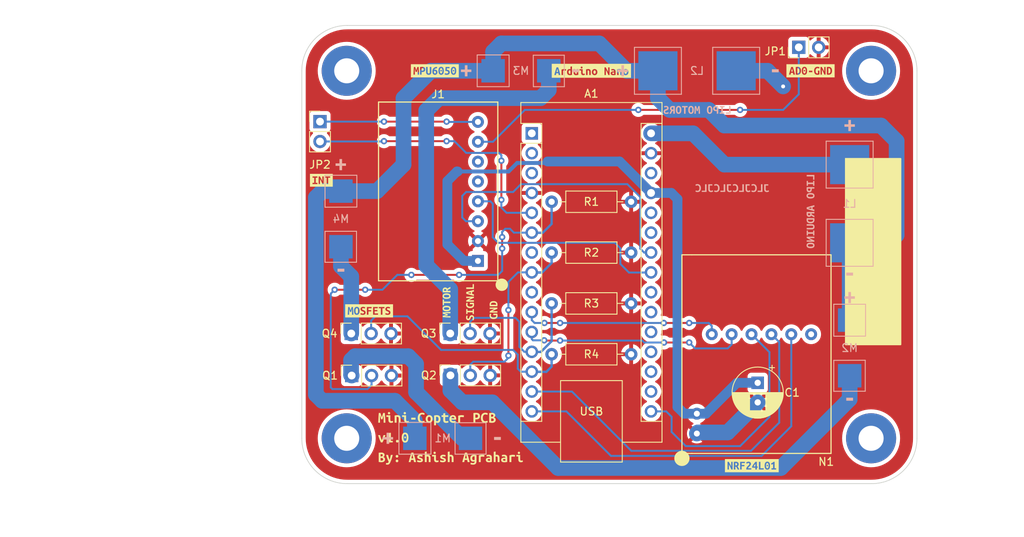
<source format=kicad_pcb>
(kicad_pcb (version 20211014) (generator pcbnew)
  (title_block (title "MiniCopter PCB") (date "2023-03-03") (rev "v01") (comment 4 "By: Ashish Agrahari"))
  (layers (0 "F.Cu" signal) (31 "B.Cu" signal) (34 "B.Paste" user) (35 "F.Paste" user) (36 "B.SilkS" user "B.Silkscreen") (37 "F.SilkS" user "F.Silkscreen") (38 "B.Mask" user) (39 "F.Mask" user) (44 "Edge.Cuts" user))
  (net 0 "")
  (net 4 "GND")
  (net 5 "INT")
  (net 6 "MOTOR_1")
  (net 8 "MOTOR_2")
  (net 10 "CE_NANO")
  (net 11 "CSN_NANO")
  (net 12 "MOTOR_3")
  (net 13 "MOTOR_4")
  (net 14 "MOSI_NANO")
  (net 15 "MISO_NANO")
  (net 16 "SCK_NANO")
  (net 23 "SDA")
  (net 24 "SCL")
  (net 27 "+BATT")
  (net 30 "Net-(M1-Pad2)")
  (net 31 "+5V")
  (net 32 "+3V3")
  (net 35 "Net-(J1-Pad7)")
  (net 36 "Net-(J1-Pad8)")
  (net 37 "Net-(M2-Pad2)")
  (net 38 "Net-(M3-Pad2)")
  (net 39 "Net-(M4-Pad2)")
  (footprint "kibuzzard-6440D5EF" (layer "F.Cu") (at 97.5 110.6 90)
    (fp_text reference "kibuzzard-6440D5EF" hide)
    (fp_text value "G***" hide)
  )
  (footprint "kibuzzard-6440B803" (layer "F.Cu") (at 98 127.02)
    (fp_text reference "kibuzzard-6440B803" hide)
    (fp_text value "G***" hide)
  )
  (footprint "MountingHole:MountingHole_3.2mm_M3_Pad" (layer "F.Cu") (at 78.74 80)
    (fp_text reference "H1")
    (fp_text value "MountingHole")
    (pad "1" thru_hole circle (at 0 0) (size 6.4 6.4) (drill 3.2) (layers *.Cu *.Mask))
  )
  (footprint "kibuzzard-6440AFCF" (layer "F.Cu") (at 130.5 130.5)
    (fp_text reference "kibuzzard-6440AFCF" hide)
    (fp_text value "G***" hide)
  )
  (footprint "AA_Custom_Components:3Pin_MOSFET_MotorDriver" (layer "F.Cu") (at 91.967 113.596 90)
    (fp_text reference "Q3" (at 0 -2.77 180) (layer "F.SilkS"))
    (fp_text value "FQP20NO6L")
    (pad "1" thru_hole rect (at 0 0 90) (size 1.7 1.7) (drill 1) (layers *.Cu *.Mask) (net 38 "Net-(M3-Pad2)"))
    (pad "2" thru_hole oval (at 0 2.54 90) (size 1.7 1.7) (drill 1) (layers *.Cu *.Mask) (net 12 "MOTOR_3"))
    (pad "3" thru_hole oval (at 0 5.08 90) (size 1.7 1.7) (drill 1) (layers *.Cu *.Mask) (net 4 "GND"))
  )
  (footprint "Resistor_THT:R_Axial_DIN0207_L6.3mm_D2.5mm_P10.16mm_Horizontal" (layer "F.Cu") (at 104.92 103.25)
    (fp_text reference "R2" (at 5.08 0) (layer "F.SilkS"))
    (fp_text value "10K Ω")
    (pad "1" thru_hole circle (at 0 0) (size 1.6 1.6) (drill 0.8) (layers *.Cu *.Mask) (net 8 "MOTOR_2"))
    (pad "2" thru_hole oval (at 10.16 0) (size 1.6 1.6) (drill 0.8) (layers *.Cu *.Mask) (net 4 "GND"))
  )
  (footprint "kibuzzard-6440D635" (layer "F.Cu") (at 91.5 109.6 90)
    (fp_text reference "kibuzzard-6440D635" hide)
    (fp_text value "G***" hide)
  )
  (footprint "kibuzzard-6440B803" (layer "F.Cu") (at 133.5 80)
    (fp_text reference "kibuzzard-6440B803" hide)
    (fp_text value "G***" hide)
  )
  (footprint "AA_Custom_Components:NRF24L01_Breakout" (layer "F.Cu") (at 133 108.613487)
    (fp_text reference "N1" (at 7 21.386513 unlocked) (layer "F.SilkS"))
    (fp_text value "NRF24L01_Breakout")
    (pad "1" thru_hole circle (at -9.525 17.78) (size 1.524 1.524) (drill 0.762) (layers *.Cu *.Mask) (net 4 "GND"))
    (pad "2" thru_hole circle (at -9.525 15.24) (size 1.524 1.524) (drill 0.762) (layers *.Cu *.Mask) (net 31 "+5V"))
    (pad "3" thru_hole circle (at -7.62 5.08) (size 1.524 1.524) (drill 0.762) (layers *.Cu *.Mask) (net 10 "CE_NANO"))
    (pad "4" thru_hole circle (at -5.08 5.08) (size 1.524 1.524) (drill 0.762) (layers *.Cu *.Mask) (net 11 "CSN_NANO"))
    (pad "5" thru_hole circle (at -2.54 5.08) (size 1.524 1.524) (drill 0.762) (layers *.Cu *.Mask) (net 16 "SCK_NANO"))
    (pad "6" thru_hole circle (at 0 5.08) (size 1.524 1.524) (drill 0.762) (layers *.Cu *.Mask) (net 14 "MOSI_NANO"))
    (pad "7" thru_hole circle (at 2.54 5.08) (size 1.524 1.524) (drill 0.762) (layers *.Cu *.Mask) (net 15 "MISO_NANO"))
    (pad "8" thru_hole circle (at 5.08 5.08) (size 1.524 1.524) (drill 0.762) (layers *.Cu *.Mask))
  )
  (footprint "kibuzzard-6440B803" (layer "F.Cu") (at 143 122)
    (fp_text reference "kibuzzard-6440B803" hide)
    (fp_text value "G***" hide)
  )
  (footprint "Resistor_THT:R_Axial_DIN0207_L6.3mm_D2.5mm_P10.16mm_Horizontal" (layer "F.Cu") (at 104.92 116.25)
    (fp_text reference "R4" (at 5.08 0) (layer "F.SilkS"))
    (fp_text value "10K Ω")
    (pad "1" thru_hole circle (at 0 0) (size 1.6 1.6) (drill 0.8) (layers *.Cu *.Mask) (net 13 "MOTOR_4"))
    (pad "2" thru_hole oval (at 10.16 0) (size 1.6 1.6) (drill 0.8) (layers *.Cu *.Mask) (net 4 "GND"))
  )
  (footprint "AA_Custom_Components:Arduino_Nano" (layer "F.Cu") (at 102.385 88)
    (fp_text reference "A1" (at 7.62 -5.08) (layer "F.SilkS"))
    (fp_text value "ARDUINO NANO")
    (fp_text user "USB" (at 7.62 35.56 unlocked) (layer "F.SilkS"))
    (pad "1" thru_hole rect (at 0 0) (size 1.6 1.6) (drill 1) (layers *.Cu *.Mask))
    (pad "2" thru_hole oval (at 0 2.54) (size 1.6 1.6) (drill 1) (layers *.Cu *.Mask))
    (pad "3" thru_hole oval (at 0 5.08) (size 1.6 1.6) (drill 1) (layers *.Cu *.Mask))
    (pad "4" thru_hole oval (at 0 7.62) (size 1.6 1.6) (drill 1) (layers *.Cu *.Mask) (net 4 "GND"))
    (pad "5" thru_hole oval (at 0 10.16) (size 1.6 1.6) (drill 1) (layers *.Cu *.Mask) (net 5 "INT"))
    (pad "6" thru_hole oval (at 0 12.7) (size 1.6 1.6) (drill 1) (layers *.Cu *.Mask) (net 6 "MOTOR_1"))
    (pad "7" thru_hole oval (at 0 15.24) (size 1.6 1.6) (drill 1) (layers *.Cu *.Mask))
    (pad "8" thru_hole oval (at 0 17.78) (size 1.6 1.6) (drill 1) (layers *.Cu *.Mask) (net 8 "MOTOR_2"))
    (pad "9" thru_hole oval (at 0 20.32) (size 1.6 1.6) (drill 1) (layers *.Cu *.Mask))
    (pad "10" thru_hole oval (at 0 22.86) (size 1.6 1.6) (drill 1) (layers *.Cu *.Mask) (net 10 "CE_NANO"))
    (pad "11" thru_hole oval (at 0 25.4) (size 1.6 1.6) (drill 1) (layers *.Cu *.Mask) (net 11 "CSN_NANO"))
    (pad "12" thru_hole oval (at 0 27.94) (size 1.6 1.6) (drill 1) (layers *.Cu *.Mask) (net 12 "MOTOR_3"))
    (pad "13" thru_hole oval (at 0 30.48) (size 1.6 1.6) (drill 1) (layers *.Cu *.Mask) (net 13 "MOTOR_4"))
    (pad "14" thru_hole oval (at 0 33.02) (size 1.6 1.6) (drill 1) (layers *.Cu *.Mask) (net 14 "MOSI_NANO"))
    (pad "15" thru_hole oval (at 0 35.56) (size 1.6 1.6) (drill 1) (layers *.Cu *.Mask) (net 15 "MISO_NANO"))
    (pad "16" thru_hole oval (at 15.24 35.56) (size 1.6 1.6) (drill 1) (layers *.Cu *.Mask) (net 16 "SCK_NANO"))
    (pad "17" thru_hole oval (at 15.24 33.02) (size 1.6 1.6) (drill 1) (layers *.Cu *.Mask))
    (pad "18" thru_hole oval (at 15.24 30.48) (size 1.6 1.6) (drill 1) (layers *.Cu *.Mask))
    (pad "19" thru_hole oval (at 15.24 27.94) (size 1.6 1.6) (drill 1) (layers *.Cu *.Mask))
    (pad "20" thru_hole oval (at 15.24 25.4) (size 1.6 1.6) (drill 1) (layers *.Cu *.Mask))
    (pad "21" thru_hole oval (at 15.24 22.86) (size 1.6 1.6) (drill 1) (layers *.Cu *.Mask))
    (pad "22" thru_hole oval (at 15.24 20.32) (size 1.6 1.6) (drill 1) (layers *.Cu *.Mask))
    (pad "23" thru_hole oval (at 15.24 17.78) (size 1.6 1.6) (drill 1) (layers *.Cu *.Mask) (net 23 "SDA"))
    (pad "24" thru_hole oval (at 15.24 15.24) (size 1.6 1.6) (drill 1) (layers *.Cu *.Mask) (net 24 "SCL"))
    (pad "25" thru_hole oval (at 15.24 12.7) (size 1.6 1.6) (drill 1) (layers *.Cu *.Mask))
    (pad "26" thru_hole oval (at 15.24 10.16) (size 1.6 1.6) (drill 1) (layers *.Cu *.Mask))
    (pad "27" thru_hole oval (at 15.24 7.62) (size 1.6 1.6) (drill 1) (layers *.Cu *.Mask) (net 31 "+5V"))
    (pad "28" thru_hole oval (at 15.24 5.08) (size 1.6 1.6) (drill 1) (layers *.Cu *.Mask))
    (pad "29" thru_hole oval (at 15.24 2.54) (size 1.6 1.6) (drill 1) (layers *.Cu *.Mask) (net 4 "GND"))
    (pad "30" thru_hole oval (at 15.24 0) (size 1.6 1.6) (drill 1) (layers *.Cu *.Mask) (net 32 "+3V3"))
  )
  (footprint "kibuzzard-6440B80B" (layer "F.Cu") (at 94 80)
    (fp_text reference "kibuzzard-6440B80B" hide)
    (fp_text value "G***" hide)
  )
  (footprint "kibuzzard-644B0C24" (layer "F.Cu") (at 75.5 94)
    (fp_text reference "kibuzzard-644B0C24" hide)
    (fp_text value "G***" hide)
  )
  (footprint "kibuzzard-6440B803" (layer "F.Cu") (at 108 80)
    (fp_text reference "kibuzzard-6440B803" hide)
    (fp_text value "G***" hide)
  )
  (footprint "kibuzzard-6440B803" (layer "F.Cu") (at 143 106)
    (fp_text reference "kibuzzard-6440B803" hide)
    (fp_text value "G***" hide)
  )
  (footprint "Connector_PinHeader_2.54mm:PinHeader_1x02_P2.54mm_Vertical" (layer "F.Cu") (at 136.5 77 90)
    (fp_text reference "JP1" (at -0.5 -3 180) (layer "F.SilkS"))
    (fp_text value "SolderJumper_1")
    (pad "1" thru_hole rect (at 0 0 90) (size 1.7 1.7) (drill 1) (layers *.Cu *.Mask) (net 35 "Net-(J1-Pad7)"))
    (pad "2" thru_hole oval (at 0 2.54 90) (size 1.7 1.7) (drill 1) (layers *.Cu *.Mask) (net 4 "GND"))
  )
  (footprint "kibuzzard-6440B80B" (layer "F.Cu") (at 143 87)
    (fp_text reference "kibuzzard-6440B80B" hide)
    (fp_text value "G***" hide)
  )
  (footprint "kibuzzard-6440B80B" (layer "F.Cu") (at 143 109)
    (fp_text reference "kibuzzard-6440B80B" hide)
    (fp_text value "G***" hide)
  )
  (footprint "kibuzzard-6440B80B" (layer "F.Cu") (at 77.98 92)
    (fp_text reference "kibuzzard-6440B80B" hide)
    (fp_text value "G***" hide)
  )
  (footprint "kibuzzard-6445EE46" (layer "F.Cu") (at 92 127)
    (fp_text reference "kibuzzard-6445EE46" hide)
    (fp_text value "G***" hide)
  )
  (footprint "kibuzzard-644B0C07" (layer "F.Cu") (at 138 80)
    (fp_text reference "kibuzzard-644B0C07" hide)
    (fp_text value "G***" hide)
  )
  (footprint "kibuzzard-6440B803" (layer "F.Cu") (at 78 105.5)
    (fp_text reference "kibuzzard-6440B803" hide)
    (fp_text value "G***" hide)
  )
  (footprint "kibuzzard-6440AF37" (layer "F.Cu") (at 90 80)
    (fp_text reference "kibuzzard-6440AF37" hide)
    (fp_text value "G***" hide)
  )
  (footprint "Capacitor_THT:CP_Radial_D6.3mm_P2.50mm" (layer "F.Cu") (at 131.25 119.905726 -90)
    (fp_text reference "C1" (at 1.25 -4.4 180) (layer "F.SilkS"))
    (fp_text value "47UF-CAPACITOR")
    (pad "1" thru_hole rect (at 0 0 270) (size 1.6 1.6) (drill 0.8) (layers *.Cu *.Mask) (net 31 "+5V"))
    (pad "2" thru_hole circle (at 2.5 0 270) (size 1.6 1.6) (drill 0.8) (layers *.Cu *.Mask) (net 4 "GND"))
  )
  (footprint "kibuzzard-6440AFC4" (layer "F.Cu") (at 110 80)
    (fp_text reference "kibuzzard-6440AFC4" hide)
    (fp_text value "G***" hide)
  )
  (footprint "MountingHole:MountingHole_3.2mm_M3_Pad" (layer "F.Cu") (at 145.74 80)
    (fp_text reference "H2")
    (fp_text value "MountingHole")
    (pad "1" thru_hole circle (at 0 0) (size 6.4 6.4) (drill 3.2) (layers *.Cu *.Mask))
  )
  (footprint "kibuzzard-6440B80B" (layer "F.Cu") (at 114 80)
    (fp_text reference "kibuzzard-6440B80B" hide)
    (fp_text value "G***" hide)
  )
  (footprint "MountingHole:MountingHole_3.2mm_M3_Pad" (layer "F.Cu") (at 145.74 127)
    (fp_text reference "H4")
    (fp_text value "MountingHole")
    (pad "1" thru_hole circle (at 0 0) (size 6.4 6.4) (drill 3.2) (layers *.Cu *.Mask))
  )
  (footprint "Connector_PinHeader_2.54mm:PinHeader_1x02_P2.54mm_Vertical" (layer "F.Cu") (at 75.325 86.5)
    (fp_text reference "JP2" (at 0 5.5) (layer "F.SilkS"))
    (fp_text value "SolderJumper_2")
    (pad "1" thru_hole rect (at 0 0) (size 1.7 1.7) (drill 1) (layers *.Cu *.Mask) (net 36 "Net-(J1-Pad8)"))
    (pad "2" thru_hole oval (at 0 2.54) (size 1.7 1.7) (drill 1) (layers *.Cu *.Mask) (net 5 "INT"))
  )
  (footprint "kibuzzard-6440D61E" (layer "F.Cu") (at 94.5 109.6 90)
    (fp_text reference "kibuzzard-6440D61E" hide)
    (fp_text value "G***" hide)
  )
  (footprint "AA_Custom_Components:3Pin_MOSFET_MotorDriver" (layer "F.Cu") (at 79.375 118.975 90)
    (fp_text reference "Q1" (at 0 -2.77 180) (layer "F.SilkS"))
    (fp_text value "FQP20NO6L")
    (pad "1" thru_hole rect (at 0 0 90) (size 1.7 1.7) (drill 1) (layers *.Cu *.Mask) (net 30 "Net-(M1-Pad2)"))
    (pad "2" thru_hole oval (at 0 2.54 90) (size 1.7 1.7) (drill 1) (layers *.Cu *.Mask) (net 6 "MOTOR_1"))
    (pad "3" thru_hole oval (at 0 5.08 90) (size 1.7 1.7) (drill 1) (layers *.Cu *.Mask) (net 4 "GND"))
  )
  (footprint "AA_Custom_Components:3Pin_MOSFET_MotorDriver" (layer "F.Cu") (at 91.99 118.95 90)
    (fp_text reference "Q2" (at 0 -2.77 180) (layer "F.SilkS"))
    (fp_text value "FQP20NO6L")
    (pad "1" thru_hole rect (at 0 0 90) (size 1.7 1.7) (drill 1) (layers *.Cu *.Mask) (net 37 "Net-(M2-Pad2)"))
    (pad "2" thru_hole oval (at 0 2.54 90) (size 1.7 1.7) (drill 1) (layers *.Cu *.Mask) (net 8 "MOTOR_2"))
    (pad "3" thru_hole oval (at 0 5.08 90) (size 1.7 1.7) (drill 1) (layers *.Cu *.Mask) (net 4 "GND"))
  )
  (footprint "MountingHole:MountingHole_3.2mm_M3_Pad" (layer "F.Cu") (at 78.74 127)
    (fp_text reference "H3")
    (fp_text value "MountingHole")
    (pad "1" thru_hole circle (at 0 0) (size 6.4 6.4) (drill 3.2) (layers *.Cu *.Mask))
  )
  (footprint "Resistor_THT:R_Axial_DIN0207_L6.3mm_D2.5mm_P10.16mm_Horizontal" (layer "F.Cu") (at 104.92 96.75)
    (fp_text reference "R1" (at 5.08 0) (layer "F.SilkS"))
    (fp_text value "10K Ω")
    (pad "1" thru_hole circle (at 0 0) (size 1.6 1.6) (drill 0.8) (layers *.Cu *.Mask) (net 6 "MOTOR_1"))
    (pad "2" thru_hole oval (at 10.16 0) (size 1.6 1.6) (drill 0.8) (layers *.Cu *.Mask) (net 4 "GND"))
  )
  (footprint "Resistor_THT:R_Axial_DIN0207_L6.3mm_D2.5mm_P10.16mm_Horizontal" (layer "F.Cu") (at 104.92 109.75)
    (fp_text reference "R3" (at 5.08 0) (layer "F.SilkS"))
    (fp_text value "10K Ω")
    (pad "1" thru_hole circle (at 0 0) (size 1.6 1.6) (drill 0.8) (layers *.Cu *.Mask) (net 12 "MOTOR_3"))
    (pad "2" thru_hole oval (at 10.16 0) (size 1.6 1.6) (drill 0.8) (layers *.Cu *.Mask) (net 4 "GND"))
  )
  (footprint "kibuzzard-6440B80B" (layer "F.Cu") (at 84 127)
    (fp_text reference "kibuzzard-6440B80B" hide)
    (fp_text value "G***" hide)
  )
  (footprint "AA_Custom_Components:MPU6050" (layer "F.Cu") (at 95.50529 86.53529 -90)
    (fp_text reference "J1" (at -3.53529 5.08 unlocked) (layer "F.SilkS"))
    (fp_text value "MPU6050")
    (pad "1" thru_hole rect (at 17.78 0 270) (size 1.524 1.524) (drill 0.762) (layers *.Cu *.Mask) (net 31 "+5V"))
    (pad "2" thru_hole circle (at 15.24 0 270) (size 1.524 1.524) (drill 0.762) (layers *.Cu *.Mask) (net 4 "GND"))
    (pad "3" thru_hole circle (at 12.7 0 270) (size 1.524 1.524) (drill 0.762) (layers *.Cu *.Mask) (net 24 "SCL"))
    (pad "4" thru_hole circle (at 10.16 0 270) (size 1.524 1.524) (drill 0.762) (layers *.Cu *.Mask) (net 23 "SDA"))
    (pad "5" thru_hole circle (at 7.62 0 270) (size 1.524 1.524) (drill 0.762) (layers *.Cu *.Mask))
    (pad "6" thru_hole circle (at 5.08 0 270) (size 1.524 1.524) (drill 0.762) (layers *.Cu *.Mask))
    (pad "7" thru_hole circle (at 2.54 0 270) (size 1.524 1.524) (drill 0.762) (layers *.Cu *.Mask) (net 35 "Net-(J1-Pad7)"))
    (pad "8" thru_hole circle (at 0 0 270) (size 1.524 1.524) (drill 0.762) (layers *.Cu *.Mask) (net 36 "Net-(J1-Pad8)"))
  )
  (footprint "kibuzzard-6440EF4B" (layer "F.Cu") (at 81.6 110.7)
    (fp_text reference "kibuzzard-6440EF4B" hide)
    (fp_text value "G***" hide)
  )
  (footprint "AA_Custom_Components:3Pin_MOSFET_MotorDriver" (layer "F.Cu") (at 79.32 113.6 90)
    (fp_text reference "Q4" (at 0 -2.77 180) (layer "F.SilkS"))
    (fp_text value "FQP20NO6L")
    (pad "1" thru_hole rect (at 0 0 90) (size 1.7 1.7) (drill 1) (layers *.Cu *.Mask) (net 39 "Net-(M4-Pad2)"))
    (pad "2" thru_hole oval (at 0 2.54 90) (size 1.7 1.7) (drill 1) (layers *.Cu *.Mask) (net 13 "MOTOR_4"))
    (pad "3" thru_hole oval (at 0 5.08 90) (size 1.7 1.7) (drill 1) (layers *.Cu *.Mask) (net 4 "GND"))
  )
  (footprint "kibuzzard-6440BA11" (layer "B.Cu") (at 138 98 -90)
    (fp_text reference "kibuzzard-6440BA11" hide)
    (fp_text value "G***" hide)
  )
  (footprint "AA_Custom_Components:PowerPad_Pair_3.0x3.0mm" (layer "B.Cu") (at 143 115.444 -90)
    (fp_text reference "M2" (at 0 0 180) (layer "B.SilkS") (effects (justify mirror)))
    (fp_text value "Motor_DC_2")
    (pad "1" smd rect (at -3.556 0 270) (size 3 3) (layers "B.Cu" "B.Paste" "B.Mask") (net 27 "+BATT"))
    (pad "2" smd rect (at 3.556 0 270) (size 3 3) (layers "B.Cu" "B.Paste" "B.Mask") (net 37 "Net-(M2-Pad2)"))
  )
  (footprint "AA_Custom_Components:PowerPad_Pair_5.0x5.0mm" (layer "B.Cu") (at 123.5 80)
    (fp_text reference "L2" (at 0 0) (layer "B.SilkS") (effects (justify mirror)))
    (fp_text value "LIPO 3.7V 680 mAH")
    (pad "1" smd rect (at -5 0) (size 5 5) (layers "B.Cu" "B.Paste" "B.Mask") (net 27 "+BATT"))
    (pad "2" smd rect (at 5 0) (size 5 5) (layers "B.Cu" "B.Paste" "B.Mask") (net 4 "GND"))
  )
  (footprint "AA_Custom_Components:PowerPad_Pair_3.0x3.0mm" (layer "B.Cu") (at 91 127)
    (fp_text reference "M1" (at 0 0) (layer "B.SilkS") (effects (justify mirror)))
    (fp_text value "Motor_DC_1")
    (pad "1" smd rect (at -3.556 0) (size 3 3) (layers "B.Cu" "B.Paste" "B.Mask") (net 27 "+BATT"))
    (pad "2" smd rect (at 3.556 0) (size 3 3) (layers "B.Cu" "B.Paste" "B.Mask") (net 30 "Net-(M1-Pad2)"))
  )
  (footprint "AA_Custom_Components:PowerPad_Pair_5.0x5.0mm" (layer "B.Cu") (at 143 97 -90)
    (fp_text reference "L1" (at 0 0) (layer "B.SilkS") (effects (justify mirror)))
    (fp_text value "LIPO 3.7V 380 mAH")
    (pad "1" smd rect (at -5 0 270) (size 5 5) (layers "B.Cu" "B.Paste" "B.Mask") (net 32 "+3V3"))
    (pad "2" smd rect (at 5 0 270) (size 5 5) (layers "B.Cu" "B.Paste" "B.Mask") (net 27 "+BATT"))
  )
  (footprint "AA_Custom_Components:PowerPad_Pair_3.0x3.0mm" (layer "B.Cu") (at 78 98.944 -90)
    (fp_text reference "M4" (at 0 0 180) (layer "B.SilkS") (effects (justify mirror)))
    (fp_text value "Motor_DC_4")
    (pad "1" smd rect (at -3.556 0 270) (size 3 3) (layers "B.Cu" "B.Paste" "B.Mask") (net 27 "+BATT"))
    (pad "2" smd rect (at 3.556 0 270) (size 3 3) (layers "B.Cu" "B.Paste" "B.Mask") (net 39 "Net-(M4-Pad2)"))
  )
  (footprint "kibuzzard-6440BA02" (layer "B.Cu") (at 123.5 85 180)
    (fp_text reference "kibuzzard-6440BA02" hide)
    (fp_text value "G***" hide)
  )
  (footprint "kibuzzard-64457F3E" (layer "B.Cu") (at 128 95 180)
    (fp_text reference "kibuzzard-64457F3E" hide)
    (fp_text value "G***" hide)
  )
  (footprint "AA_Custom_Components:PowerPad_Pair_3.0x3.0mm" (layer "B.Cu") (at 101 80)
    (fp_text reference "M3" (at 0 0) (layer "B.SilkS") (effects (justify mirror)))
    (fp_text value "Motor_DC_3")
    (pad "1" smd rect (at -3.556 0) (size 3 3) (layers "B.Cu" "B.Paste" "B.Mask") (net 27 "+BATT"))
    (pad "2" smd rect (at 3.556 0) (size 3 3) (layers "B.Cu" "B.Paste" "B.Mask") (net 38 "Net-(M3-Pad2)"))
  )
  (gr_rect (start 142.5 91.25) (end 149.5 115) (layer "F.SilkS") (width 0.2) (fill solid))
  (gr_line (start 78.8 132.8) (end 145.8 132.8) (layer "Edge.Cuts") (width 0.1))
  (gr_arc (start 145.8 74.2) (mid 149.901219 75.898781) (end 151.6 80) (layer "Edge.Cuts") (width 0.1))
  (gr_line (start 151.6 127) (end 151.6 80) (layer "Edge.Cuts") (width 0.1))
  (gr_arc (start 73 80) (mid 74.698781 75.898781) (end 78.8 74.2) (layer "Edge.Cuts") (width 0.1))
  (gr_arc (start 78.8 132.8) (mid 74.698781 131.101219) (end 73 127) (layer "Edge.Cuts") (width 0.1))
  (gr_line (start 73 80) (end 73 127) (layer "Edge.Cuts") (width 0.1))
  (gr_line (start 145.8 74.2) (end 78.8 74.2) (layer "Edge.Cuts") (width 0.1))
  (gr_arc (start 151.6 127) (mid 149.901219 131.101219) (end 145.8 132.8) (layer "Edge.Cuts") (width 0.1))
  (via (at 134.5 82) (size 1) (drill 0.5) (layers "F.Cu" "B.Cu") (net 4))
  (segment (start 123.475 126.393487) (end 123.618487 126.25) (width 2) (layer "B.Cu") (net 4))
  (segment (start 127.405726 126.25) (end 131.25 122.405726) (width 2) (layer "B.Cu") (net 4))
  (segment (start 123.618487 126.25) (end 127.405726 126.25) (width 2) (layer "B.Cu") (net 4))
  (segment (start 128.5 80) (end 132.5 80) (width 2) (layer "B.Cu") (net 4))
  (segment (start 132.5 80) (end 134.5 82) (width 2) (layer "B.Cu") (net 4))
  (segment (start 83.5 89) (end 91.5 89) (width 0.25) (layer "F.Cu") (net 5))
  (segment (start 98.5 91.5) (end 98.5 96.5) (width 0.25) (layer "F.Cu") (net 5))
  (via (at 98.5 91.5) (size 0.8) (drill 0.4) (layers "F.Cu" "B.Cu") (net 5))
  (via (at 91.5 89) (size 0.8) (drill 0.4) (layers "F.Cu" "B.Cu") (net 5))
  (via (at 83.5 89) (size 0.8) (drill 0.4) (layers "F.Cu" "B.Cu") (net 5))
  (via (at 98.5 96.5) (size 0.8) (drill 0.4) (layers "F.Cu" "B.Cu") (net 5))
  (segment (start 98.2 90.5) (end 94 90.5) (width 0.25) (layer "B.Cu") (net 5))
  (segment (start 98.5 90.8) (end 98.2 90.5) (width 0.25) (layer "B.Cu") (net 5))
  (segment (start 94 90.5) (end 92.5 89) (width 0.25) (layer "B.Cu") (net 5))
  (segment (start 99.16 98.16) (end 102.385 98.16) (width 0.25) (layer "B.Cu") (net 5))
  (segment (start 98.5 91.5) (end 98.5 90.8) (width 0.25) (layer "B.Cu") (net 5))
  (segment (start 83.46 89.04) (end 83.5 89) (width 0.25) (layer "B.Cu") (net 5))
  (segment (start 75.325 89.04) (end 83.46 89.04) (width 0.25) (layer "B.Cu") (net 5))
  (segment (start 98.5 97.5) (end 99.16 98.16) (width 0.25) (layer "B.Cu") (net 5))
  (segment (start 92.5 89) (end 91.5 89) (width 0.25) (layer "B.Cu") (net 5))
  (segment (start 98.5 96.5) (end 98.5 97.5) (width 0.25) (layer "B.Cu") (net 5))
  (segment (start 98.6 102.7245) (end 98.6 101.2755) (width 0.25) (layer "F.Cu") (net 6))
  (segment (start 81.1 108) (end 77.2 108) (width 0.25) (layer "F.Cu") (net 6))
  (segment (start 87 106.1) (end 93.1 106.1) (width 0.25) (layer "F.Cu") (net 6))
  (via (at 87 106.1) (size 0.8) (drill 0.4) (layers "F.Cu" "B.Cu") (net 6))
  (via (at 77.2 108) (size 0.8) (drill 0.4) (layers "F.Cu" "B.Cu") (net 6))
  (via (at 93.1 106.1) (size 0.8) (drill 0.4) (layers "F.Cu" "B.Cu") (net 6))
  (via (at 81.1 108) (size 0.8) (drill 0.4) (layers "F.Cu" "B.Cu") (net 6))
  (via (at 98.6 101.2755) (size 0.8) (drill 0.4) (layers "F.Cu" "B.Cu") (net 6))
  (via (at 98.6 102.7245) (size 0.8) (drill 0.4) (layers "F.Cu" "B.Cu") (net 6))
  (segment (start 98.6 105.6) (end 98.6 102.7245) (width 0.25) (layer "B.Cu") (net 6))
  (segment (start 104.92 99.58) (end 103.785 100.715) (width 0.3) (layer "B.Cu") (net 6))
  (segment (start 81.4 120.7) (end 81.915 120.185) (width 0.25) (layer "B.Cu") (net 6))
  (segment (start 103.785 100.715) (end 102.45 100.715) (width 0.3) (layer "B.Cu") (net 6))
  (segment (start 85.2 106.1) (end 83.3 108) (width 0.25) (layer "B.Cu") (net 6))
  (segment (start 99.6 100.2) (end 100.1 100.7) (width 0.25) (layer "B.Cu") (net 6))
  (segment (start 76.7 120.5) (end 76.9 120.7) (width 0.25) (layer "B.Cu") (net 6))
  (segment (start 83.3 108) (end 81.1 108) (width 0.25) (layer "B.Cu") (net 6))
  (segment (start 99 100.2) (end 99.6 100.2) (width 0.25) (layer "B.Cu") (net 6))
  (segment (start 104.92 97) (end 104.92 99.58) (width 0.3) (layer "B.Cu") (net 6))
  (segment (start 76.7 108.5) (end 76.7 120.5) (width 0.25) (layer "B.Cu") (net 6))
  (segment (start 81.915 120.185) (end 81.915 118.975) (width 0.25) (layer "B.Cu") (net 6))
  (segment (start 100.1 100.7) (end 102.385 100.7) (width 0.25) (layer "B.Cu") (net 6))
  (segment (start 76.9 120.7) (end 81.4 120.7) (width 0.25) (layer "B.Cu") (net 6))
  (segment (start 87 106.1) (end 85.2 106.1) (width 0.25) (layer "B.Cu") (net 6))
  (segment (start 98.6 100.6) (end 99 100.2) (width 0.25) (layer "B.Cu") (net 6))
  (segment (start 93.1 106.1) (end 98.1 106.1) (width 0.25) (layer "B.Cu") (net 6))
  (segment (start 98.6 101.2755) (end 98.6 100.6) (width 0.25) (layer "B.Cu") (net 6))
  (segment (start 77.2 108) (end 76.7 108.5) (width 0.25) (layer "B.Cu") (net 6))
  (segment (start 98.1 106.1) (end 98.6 105.6) (width 0.25) (layer "B.Cu") (net 6))
  (segment (start 99.4 116.4245) (end 99.4 110.6) (width 0.25) (layer "F.Cu") (net 8))
  (via (at 99.4 110.6) (size 0.8) (drill 0.4) (layers "F.Cu" "B.Cu") (net 8))
  (via (at 99.4 116.4245) (size 0.8) (drill 0.4) (layers "F.Cu" "B.Cu") (net 8))
  (segment (start 100.62 105.78) (end 102.385 105.78) (width 0.25) (layer "B.Cu") (net 8))
  (segment (start 94.53 117.63) (end 94.5 117.6) (width 0.25) (layer "B.Cu") (net 8))
  (segment (start 99.4 107) (end 100.62 105.78) (width 0.25) (layer "B.Cu") (net 8))
  (segment (start 99.4 116.7) (end 99.4 116.4245) (width 0.25) (layer "B.Cu") (net 8))
  (segment (start 99.4 110.6) (end 99.4 107) (width 0.25) (layer "B.Cu") (net 8))
  (segment (start 94.53 118.95) (end 94.53 117.63) (width 0.25) (layer "B.Cu") (net 8))
  (segment (start 94.9 117.2) (end 98.9 117.2) (width 0.25) (layer "B.Cu") (net 8))
  (segment (start 94.5 117.6) (end 94.9 117.2) (width 0.25) (layer "B.Cu") (net 8))
  (segment (start 103.705 105.795) (end 102.45 105.795) (width 0.3) (layer "B.Cu") (net 8))
  (segment (start 104.92 104.58) (end 103.705 105.795) (width 0.3) (layer "B.Cu") (net 8))
  (segment (start 104.92 103.25) (end 104.92 104.58) (width 0.3) (layer "B.Cu") (net 8))
  (segment (start 98.9 117.2) (end 99.4 116.7) (width 0.25) (layer "B.Cu") (net 8))
  (segment (start 122.5 112.25) (end 119.25 112.25) (width 0.25) (layer "F.Cu") (net 10))
  (segment (start 106 112.25) (end 104 112.25) (width 0.25) (layer "F.Cu") (net 10))
  (via (at 104 112.25) (size 0.8) (drill 0.4) (layers "F.Cu" "B.Cu") (net 10))
  (via (at 122.5 112.25) (size 0.8) (drill 0.4) (layers "F.Cu" "B.Cu") (net 10))
  (via (at 106 112.25) (size 0.8) (drill 0.4) (layers "F.Cu" "B.Cu") (net 10))
  (via (at 119.25 112.25) (size 0.8) (drill 0.4) (layers "F.Cu" "B.Cu") (net 10))
  (segment (start 125.38 112.63) (end 125.38 113.693487) (width 0.25) (layer "B.Cu") (net 10))
  (segment (start 102.75 112.25) (end 102.385 111.885) (width 0.25) (layer "B.Cu") (net 10))
  (segment (start 125 112.25) (end 125.38 112.63) (width 0.25) (layer "B.Cu") (net 10))
  (segment (start 102.385 111.885) (end 102.385 110.86) (width 0.25) (layer "B.Cu") (net 10))
  (segment (start 119.25 112.25) (end 106 112.25) (width 0.25) (layer "B.Cu") (net 10))
  (segment (start 104 112.25) (end 102.75 112.25) (width 0.25) (layer "B.Cu") (net 10))
  (segment (start 122.5 112.25) (end 125 112.25) (width 0.25) (layer "B.Cu") (net 10))
  (segment (start 104 114.5) (end 103.970023 114.470023) (width 0.25) (layer "F.Cu") (net 11))
  (segment (start 122.5 114.75) (end 119.2755 114.75) (width 0.25) (layer "F.Cu") (net 11))
  (segment (start 106 114.5) (end 104 114.5) (width 0.25) (layer "F.Cu") (net 11))
  (via (at 106 114.5) (size 0.8) (drill 0.4) (layers "F.Cu" "B.Cu") (net 11))
  (via (at 122.5 114.75) (size 0.8) (drill 0.4) (layers "F.Cu" "B.Cu") (net 11))
  (via (at 119.2755 114.75) (size 0.8) (drill 0.4) (layers "F.Cu" "B.Cu") (net 11))
  (via (at 103.970023 114.470023) (size 0.8) (drill 0.4) (layers "F.Cu" "B.Cu") (net 11))
  (segment (start 106 114.5) (end 116.5 114.5) (width 0.25) (layer "B.Cu") (net 11))
  (segment (start 116.5 114.5) (end 116.75 114.75) (width 0.25) (layer "B.Cu") (net 11))
  (segment (start 127.92 115) (end 127.92 113.693487) (width 0.25) (layer "B.Cu") (net 11))
  (segment (start 102.545023 114.470023) (end 102.385 114.31) (width 0.25) (layer "B.Cu") (net 11))
  (segment (start 116.75 114.75) (end 119.2755 114.75) (width 0.25) (layer "B.Cu") (net 11))
  (segment (start 102.385 114.31) (end 102.385 113.4) (width 0.25) (layer "B.Cu") (net 11))
  (segment (start 103.970023 114.470023) (end 102.545023 114.470023) (width 0.25) (layer "B.Cu") (net 11))
  (segment (start 127.42 115.5) (end 127.92 115) (width 0.25) (layer "B.Cu") (net 11))
  (segment (start 122.5 114.75) (end 123.25 115.5) (width 0.25) (layer "B.Cu") (net 11))
  (segment (start 123.25 115.5) (end 127.42 115.5) (width 0.25) (layer "B.Cu") (net 11))
  (segment (start 95 111.6) (end 100.3 111.6) (width 0.25) (layer "B.Cu") (net 12))
  (segment (start 94.507 112.093) (end 95 111.6) (width 0.25) (layer "B.Cu") (net 12))
  (segment (start 100.8 115.3) (end 101.44 115.94) (width 0.25) (layer "B.Cu") (net 12))
  (segment (start 94.507 113.596) (end 94.507 112.093) (width 0.25) (layer "B.Cu") (net 12))
  (segment (start 103.545 115.955) (end 104.92 114.58) (width 0.3) (layer "B.Cu") (net 12))
  (segment (start 100.8 112.1) (end 100.8 115.3) (width 0.25) (layer "B.Cu") (net 12))
  (segment (start 101.44 115.94) (end 102.385 115.94) (width 0.25) (layer "B.Cu") (net 12))
  (segment (start 100.3 111.6) (end 100.8 112.1) (width 0.25) (layer "B.Cu") (net 12))
  (segment (start 102.45 115.955) (end 103.545 115.955) (width 0.3) (layer "B.Cu") (net 12))
  (segment (start 104.92 114.58) (end 104.92 109.75) (width 0.3) (layer "B.Cu") (net 12))
  (segment (start 104.92 117.83) (end 104.92 116.25) (width 0.3) (layer "B.Cu") (net 13))
  (segment (start 100.6 118.1) (end 100.98 118.48) (width 0.25) (layer "B.Cu") (net 13))
  (segment (start 100.98 118.48) (end 102.385 118.48) (width 0.25) (layer "B.Cu") (net 13))
  (segment (start 103.76 118.5) (end 104.25 118.5) (width 0.3) (layer "B.Cu") (net 13))
  (segment (start 100 115.7) (end 100.6 116.3) (width 0.25) (layer "B.Cu") (net 13))
  (segment (start 90.8 115.7) (end 100 115.7) (width 0.25) (layer "B.Cu") (net 13))
  (segment (start 82.4 111.4) (end 86.5 111.4) (width 0.25) (layer "B.Cu") (net 13))
  (segment (start 81.86 113.6) (end 81.86 111.94) (width 0.25) (layer "B.Cu") (net 13))
  (segment (start 104.25 118.5) (end 104.92 117.83) (width 0.3) (layer "B.Cu") (net 13))
  (segment (start 103.755 118.495) (end 102.45 118.495) (width 0.3) (layer "B.Cu") (net 13))
  (segment (start 103.755 118.495) (end 103.76 118.5) (width 0.3) (layer "B.Cu") (net 13))
  (segment (start 100.6 116.3) (end 100.6 118.1) (width 0.25) (layer "B.Cu") (net 13))
  (segment (start 81.86 111.94) (end 82.4 111.4) (width 0.25) (layer "B.Cu") (net 13))
  (segment (start 86.5 111.4) (end 90.8 115.7) (width 0.25) (layer "B.Cu") (net 13))
  (segment (start 107.52 121.02) (end 102.385 121.02) (width 0.25) (layer "B.Cu") (net 14))
  (segment (start 134 114.693487) (end 134 125) (width 0.25) (layer "B.Cu") (net 14))
  (segment (start 134 125) (end 130.4 128.6) (width 0.25) (layer "B.Cu") (net 14))
  (segment (start 133 113.693487) (end 134 114.693487) (width 0.25) (layer "B.Cu") (net 14))
  (segment (start 115.1 128.6) (end 107.52 121.02) (width 0.25) (layer "B.Cu") (net 14))
  (segment (start 130.4 128.6) (end 115.1 128.6) (width 0.25) (layer "B.Cu") (net 14))
  (segment (start 131.75 129.25) (end 112.5 129.25) (width 0.25) (layer "B.Cu") (net 15))
  (segment (start 112.5 129.25) (end 106.81 123.56) (width 0.25) (layer "B.Cu") (net 15))
  (segment (start 135.54 113.693487) (end 135.54 125.46) (width 0.25) (layer "B.Cu") (net 15))
  (segment (start 135.54 125.46) (end 131.75 129.25) (width 0.25) (layer "B.Cu") (net 15))
  (segment (start 106.81 123.56) (end 102.385 123.56) (width 0.25) (layer "B.Cu") (net 15))
  (segment (start 129 128) (end 122.065 128) (width 0.25) (layer "B.Cu") (net 16))
  (segment (start 119.56 123.56) (end 117.625 123.56) (width 0.25) (layer "B.Cu") (net 16))
  (segment (start 120.25 126.185) (end 120.25 124.25) (width 0.25) (layer "B.Cu") (net 16))
  (segment (start 122.065 128) (end 120.25 126.185) (width 0.25) (layer "B.Cu") (net 16))
  (segment (start 120.25 124.25) (end 119.56 123.56) (width 0.25) (layer "B.Cu") (net 16))
  (segment (start 130.46 113.693487) (end 132.75 115.983487) (width 0.25) (layer "B.Cu") (net 16))
  (segment (start 132.75 115.983487) (end 132.75 124.25) (width 0.25) (layer "B.Cu") (net 16))
  (segment (start 132.75 124.25) (end 129 128) (width 0.25) (layer "B.Cu") (net 16))
  (segment (start 113 102) (end 113.7 102.7) (width 0.25) (layer "B.Cu") (net 23))
  (segment (start 117.605 105.8) (end 117.625 105.78) (width 0.25) (layer "B.Cu") (net 23))
  (segment (start 97.4 97) (end 97.4 101.3) (width 0.25) (layer "B.Cu") (net 23))
  (segment (start 114.8 105.8) (end 117.605 105.8) (width 0.25) (layer "B.Cu") (net 23))
  (segment (start 97.09529 96.69529) (end 97.4 97) (width 0.25) (layer "B.Cu") (net 23))
  (segment (start 98.1 102) (end 113 102) (width 0.25) (layer "B.Cu") (net 23))
  (segment (start 97.4 101.3) (end 98.1 102) (width 0.25) (layer "B.Cu") (net 23))
  (segment (start 95.50529 96.69529) (end 97.09529 96.69529) (width 0.25) (layer "B.Cu") (net 23))
  (segment (start 113.7 102.7) (end 113.7 104.7) (width 0.25) (layer "B.Cu") (net 23))
  (segment (start 113.7 104.7) (end 114.8 105.8) (width 0.25) (layer "B.Cu") (net 23))
  (segment (start 116.25 96.15) (end 116.25 102.75) (width 0.25) (layer "B.Cu") (net 24))
  (segment (start 101.005 94.495) (end 114.595 94.495) (width 0.25) (layer "B.Cu") (net 24))
  (segment (start 93.5 96) (end 94 95.5) (width 0.25) (layer "B.Cu") (net 24))
  (segment (start 95.50529 99.23529) (end 93.97058 99.23529) (width 0.25) (layer "B.Cu") (net 24))
  (segment (start 93.97058 99.23529) (end 93.5 98.76471) (width 0.25) (layer "B.Cu") (net 24))
  (segment (start 116.25 102.75) (end 116.74 103.24) (width 0.25) (layer "B.Cu") (net 24))
  (segment (start 114.595 94.495) (end 116.25 96.15) (width 0.25) (layer "B.Cu") (net 24))
  (segment (start 93.5 98.76471) (end 93.5 96) (width 0.25) (layer "B.Cu") (net 24))
  (segment (start 94 95.5) (end 100 95.5) (width 0.25) (layer "B.Cu") (net 24))
  (segment (start 116.74 103.24) (end 117.625 103.24) (width 0.25) (layer "B.Cu") (net 24))
  (segment (start 100 95.5) (end 101.005 94.495) (width 0.25) (layer "B.Cu") (net 24))
  (segment (start 120 85) (end 125 85) (width 2) (layer "B.Cu") (net 27))
  (segment (start 118.5 83.5) (end 120 85) (width 2) (layer "B.Cu") (net 27))
  (segment (start 147 87) (end 149 89) (width 2) (layer "B.Cu") (net 27))
  (segment (start 84.9 122.2) (end 87.444 124.744) (width 2) (layer "B.Cu") (net 27))
  (segment (start 111 76.5) (end 98.5 76.5) (width 2) (layer "B.Cu") (net 27))
  (segment (start 127 87) (end 147 87) (width 2) (layer "B.Cu") (net 27))
  (segment (start 78 95.388) (end 82.612 95.388) (width 2) (layer "B.Cu") (net 27))
  (segment (start 75.6 122.2) (end 84.9 122.2) (width 2) (layer "B.Cu") (net 27))
  (segment (start 149 101) (end 148 102) (width 2) (layer "B.Cu") (net 27))
  (segment (start 125 85) (end 127 87) (width 2) (layer "B.Cu") (net 27))
  (segment (start 97.444 80) (end 97.444 77.556) (width 2) (layer "B.Cu") (net 27))
  (segment (start 89.5 80) (end 97.444 80) (width 2) (layer "B.Cu") (net 27))
  (segment (start 78 95.388) (end 75.612 95.388) (width 2) (layer "B.Cu") (net 27))
  (segment (start 87.444 124.744) (end 87.444 127) (width 2) (layer "B.Cu") (net 27))
  (segment (start 86 92) (end 86 83.5) (width 2) (layer "B.Cu") (net 27))
  (segment (start 118.5 80) (end 114.5 80) (width 2) (layer "B.Cu") (net 27))
  (segment (start 148 102) (end 143 102) (width 2) (layer "B.Cu") (net 27))
  (segment (start 74.8 96.2) (end 74.8 121.4) (width 2) (layer "B.Cu") (net 27))
  (segment (start 74.8 121.4) (end 75.6 122.2) (width 2) (layer "B.Cu") (net 27))
  (segment (start 143 111.888) (end 143 102) (width 2) (layer "B.Cu") (net 27))
  (segment (start 149 89) (end 149 101) (width 2) (layer "B.Cu") (net 27))
  (segment (start 114.5 80) (end 111 76.5) (width 2) (layer "B.Cu") (net 27))
  (segment (start 97.444 77.556) (end 98.5 76.5) (width 2) (layer "B.Cu") (net 27))
  (segment (start 118.5 80) (end 118.5 83.5) (width 2) (layer "B.Cu") (net 27))
  (segment (start 86 83.5) (end 89.5 80) (width 2) (layer "B.Cu") (net 27))
  (segment (start 82.612 95.388) (end 86 92) (width 2) (layer "B.Cu") (net 27))
  (segment (start 75.612 95.388) (end 74.8 96.2) (width 2) (layer "B.Cu") (net 27))
  (segment (start 79.8 116.5) (end 79.3 117) (width 2) (layer "B.Cu") (net 30))
  (segment (start 94.556 127) (end 93.5 127) (width 2) (layer "B.Cu") (net 30))
  (segment (start 79.3 118.9) (end 79.375 118.975) (width 2) (layer "B.Cu") (net 30))
  (segment (start 86.6 116.5) (end 79.8 116.5) (width 2) (layer "B.Cu") (net 30))
  (segment (start 87.6 121.1) (end 87.6 117.5) (width 2) (layer "B.Cu") (net 30))
  (segment (start 93.5 127) (end 87.6 121.1) (width 2) (layer "B.Cu") (net 30))
  (segment (start 79.3 117) (end 79.3 118.9) (width 2) (layer "B.Cu") (net 30))
  (segment (start 87.6 117.5) (end 86.6 116.5) (width 2) (layer "B.Cu") (net 30))
  (segment (start 104.4 91.6) (end 104.21 91.79) (width 0.5) (layer "B.Cu") (net 31))
  (segment (start 121.853487 123.853487) (end 121 123) (width 1.25) (layer "B.Cu") (net 31))
  (segment (start 100.51 91.79) (end 99.42271 92.87729) (width 0.5) (layer "B.Cu") (net 31))
  (segment (start 104.4 91.6) (end 113.605 91.6) (width 1.25) (layer "B.Cu") (net 31))
  (segment (start 128.594274 119.905726) (end 131.25 119.905726) (width 1.25) (layer "B.Cu") (net 31))
  (segment (start 124.646513 123.853487) (end 128.594274 119.905726) (width 1.25) (layer "B.Cu") (net 31))
  (segment (start 91.6 102.2) (end 91.6 94.1) (width 1.25) (layer "B.Cu") (net 31))
  (segment (start 121 123) (end 121 96.4) (width 1.25) (layer "B.Cu") (net 31))
  (segment (start 120.22 95.62) (end 117.625 95.62) (width 1.25) (layer "B.Cu") (net 31))
  (segment (start 113.605 91.6) (end 117.625 95.62) (width 1.25) (layer "B.Cu") (net 31))
  (segment (start 121 96.4) (end 120.22 95.62) (width 1.25) (layer "B.Cu") (net 31))
  (segment (start 92.82271 92.87729) (end 92.92271 92.87729) (width 1.25) (layer "B.Cu") (net 31))
  (segment (start 95.50529 104.31529) (end 93.71529 104.31529) (width 1.25) (layer "B.Cu") (net 31))
  (segment (start 104.21 91.79) (end 100.51 91.79) (width 0.5) (layer "B.Cu") (net 31))
  (segment (start 93.71529 104.31529) (end 91.6 102.2) (width 1.25) (layer "B.Cu") (net 31))
  (segment (start 99.42271 92.87729) (end 92.92271 92.87729) (width 0.5) (layer "B.Cu") (net 31))
  (segment (start 91.6 94.1) (end 92.82271 92.87729) (width 1.25) (layer "B.Cu") (net 31))
  (segment (start 123.475 123.853487) (end 121.853487 123.853487) (width 1.25) (layer "B.Cu") (net 31))
  (segment (start 123.475 123.853487) (end 124.646513 123.853487) (width 1.25) (layer "B.Cu") (net 31))
  (segment (start 127 92) (end 143 92) (width 2) (layer "B.Cu") (net 32))
  (segment (start 127 92) (end 123 88) (width 2) (layer "B.Cu") (net 32))
  (segment (start 123 88) (end 117.625 88) (width 2) (layer "B.Cu") (net 32))
  (segment (start 116 85) (end 129 85) (width 0.25) (layer "F.Cu") (net 35))
  (via (at 116 85) (size 0.8) (drill 0.4) (layers "F.Cu" "B.Cu") (net 35))
  (via (at 129 85) (size 0.8) (drill 0.4) (layers "F.Cu" "B.Cu") (net 35))
  (segment (start 97.42471 89.07529) (end 101.5 85) (width 0.25) (layer "B.Cu") (net 35))
  (segment (start 101.5 85) (end 116 85) (width 0.25) (layer "B.Cu") (net 35))
  (segment (start 129 85) (end 134.5 85) (width 0.25) (layer "B.Cu") (net 35))
  (segment (start 136.5 83) (end 136.5 77) (width 0.25) (layer "B.Cu") (net 35))
  (segment (start 95.50529 89.07529) (end 97.42471 89.07529) (width 0.25) (layer "B.Cu") (net 35))
  (segment (start 134.5 85) (end 136.5 83) (width 0.25) (layer "B.Cu") (net 35))
  (segment (start 83.5 86.5) (end 91.5 86.5) (width 0.25) (layer "F.Cu") (net 36))
  (via (at 83.5 86.5) (size 0.8) (drill 0.4) (layers "F.Cu" "B.Cu") (net 36))
  (via (at 91.5 86.5) (size 0.8) (drill 0.4) (layers "F.Cu" "B.Cu") (net 36))
  (segment (start 91.5 86.5) (end 91.53529 86.53529) (width 0.25) (layer "B.Cu") (net 36))
  (segment (start 75.325 86.5) (end 83.5 86.5) (width 0.25) (layer "B.Cu") (net 36))
  (segment (start 91.53529 86.53529) (end 95.50529 86.53529) (width 0.25) (layer "B.Cu") (net 36))
  (segment (start 97.35 122.4) (end 105.75 130.8) (width 2) (layer "B.Cu") (net 37))
  (segment (start 105.75 130.8) (end 134.2 130.8) (width 2) (layer "B.Cu") (net 37))
  (segment (start 143 122) (end 143 119) (width 2) (layer "B.Cu") (net 37))
  (segment (start 93.5 122.4) (end 97.35 122.4) (width 2) (layer "B.Cu") (net 37))
  (segment (start 134.2 130.8) (end 143 122) (width 2) (layer "B.Cu") (net 37))
  (segment (start 91.99 118.95) (end 91.99 120.89) (width 2) (layer "B.Cu") (net 37))
  (segment (start 91.99 120.89) (end 93.5 122.4) (width 2) (layer "B.Cu") (net 37))
  (segment (start 91.967 107.967) (end 88.9 104.9) (width 2) (layer "B.Cu") (net 38))
  (segment (start 88.9 85.1) (end 90.5 83.5) (width 2) (layer "B.Cu") (net 38))
  (segment (start 104.556 82.444) (end 104.556 80.944) (width 2) (layer "B.Cu") (net 38))
  (segment (start 91.967 113.596) (end 91.967 107.967) (width 2) (layer "B.Cu") (net 38))
  (segment (start 90.5 83.5) (end 103.5 83.5) (width 2) (layer "B.Cu") (net 38))
  (segment (start 88.9 104.9) (end 88.9 85.1) (width 2) (layer "B.Cu") (net 38))
  (segment (start 103.5 83.5) (end 104.556 82.444) (width 2) (layer "B.Cu") (net 38))
  (segment (start 79.32 113.6) (end 79.32 106.32) (width 2) (layer "B.Cu") (net 39))
  (segment (start 78 105) (end 78 102.5) (width 2) (layer "B.Cu") (net 39))
  (segment (start 79.32 106.32) (end 78 105) (width 2) (layer "B.Cu") (net 39))
  (zone (net 4) (net_name "GND") (layer "F.Cu") (connect_pads (clearance 0.5)) (min_thickness 0.25) (fill yes (thermal_gap 0.5) (thermal_bridge_width 0.5))
    (polygon (pts (xy 152 133) (xy 73 133) (xy 72 74) (xy 152 74)))
  )
)
</source>
